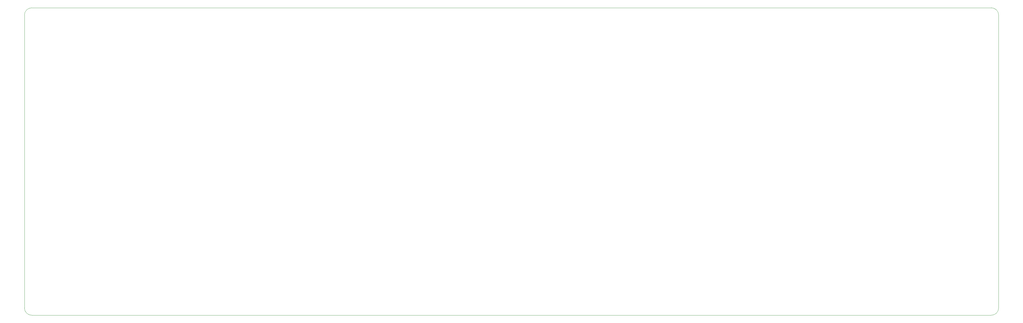
<source format=gm1>
G04 #@! TF.GenerationSoftware,KiCad,Pcbnew,(5.1.5)-3*
G04 #@! TF.CreationDate,2020-02-18T21:35:31-05:00*
G04 #@! TF.ProjectId,Keyboard PCB,4b657962-6f61-4726-9420-5043422e6b69,rev?*
G04 #@! TF.SameCoordinates,Original*
G04 #@! TF.FileFunction,Profile,NP*
%FSLAX46Y46*%
G04 Gerber Fmt 4.6, Leading zero omitted, Abs format (unit mm)*
G04 Created by KiCad (PCBNEW (5.1.5)-3) date 2020-02-18 21:35:31*
%MOMM*%
%LPD*%
G04 APERTURE LIST*
%ADD10C,0.050000*%
G04 APERTURE END LIST*
D10*
X18256250Y24606250D02*
X330200000Y24606250D01*
X15875000Y26987500D02*
X15875000Y122237500D01*
X18256250Y24606250D02*
G75*
G02X15875000Y26987500I0J2381250D01*
G01*
X332581250Y122237500D02*
X332581250Y26987500D01*
X18256250Y124618750D02*
X330200000Y124618750D01*
X332581250Y26987500D02*
G75*
G02X330200000Y24606250I-2381250J0D01*
G01*
X330200000Y124618750D02*
G75*
G02X332581250Y122237500I0J-2381250D01*
G01*
X15875000Y122237500D02*
G75*
G02X18256250Y124618750I2381250J0D01*
G01*
M02*

</source>
